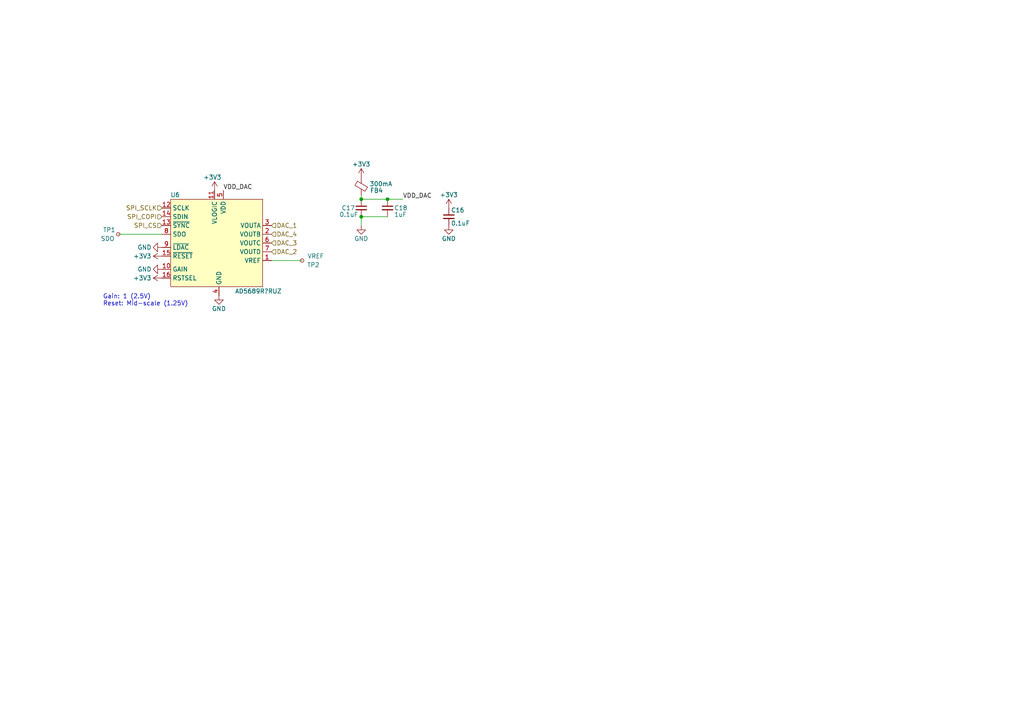
<source format=kicad_sch>
(kicad_sch (version 20211123) (generator eeschema)
  (paper "A4")
  (title_block (title "Hubble Motherboard") (date "2021-11-20") (rev "v2") (company "Winterbloom") (comment 1 "Alethea Flowers") (comment 2 "CERN-OHL-P V2") (comment 3 "hubble.wntr.dev"))
  (lib_symbols
    (symbol "Connector:TestPoint_Small" (pin_numbers hide) (pin_names (offset 0.762) hide)
      (property "Reference" "TP" (at 0 3.81 0))
      (property "Value" "TestPoint_Small" (at 0 2.032 0))
      (symbol "TestPoint_Small_0_1"
        (circle (center 0 0) (radius 0.508))
      )
      (symbol "TestPoint_Small_1_1"
        (pin passive line (at 0 0 90) (length 0) (name "1") (number "1"))
      )
    )
    (symbol "Device:C_Small" (pin_numbers hide) (pin_names (offset 0.254) hide)
      (property "Reference" "C" (at 0.254 1.778 0))
      (property "Value" "C_Small" (at 0.254 -2.032 0))
      (symbol "C_Small_0_1"
        (polyline (pts (xy -1.524 -0.508) (xy 1.524 -0.508)) (stroke (width 0.3302)))
        (polyline (pts (xy -1.524 0.508) (xy 1.524 0.508)) (stroke (width 0.3048)))
      )
      (symbol "C_Small_1_1"
        (pin passive line (at 0 2.54 270) (length 2.032) (name "~") (number "1"))
        (pin passive line (at 0 -2.54 90) (length 2.032) (name "~") (number "2"))
      )
    )
    (symbol "Device:Ferrite_Bead_Small" (pin_numbers hide) (pin_names (offset 0))
      (property "Reference" "FB" (at 1.905 1.27 0))
      (property "Value" "Device_Ferrite_Bead_Small" (at 1.905 -1.27 0))
      (symbol "Ferrite_Bead_Small_0_1"
        (polyline (pts (xy 0 -1.27) (xy 0 -0.7874)))
        (polyline (pts (xy 0 0.889) (xy 0 1.2954)))
        (polyline (pts (xy -1.8288 0.2794) (xy -1.1176 1.4986) (xy 1.8288 -0.2032) (xy 1.1176 -1.4224) (xy -1.8288 0.2794)))
      )
      (symbol "Ferrite_Bead_Small_1_1"
        (pin passive line (at 0 2.54 270) (length 1.27) (name "~") (number "1"))
        (pin passive line (at 0 -2.54 90) (length 1.27) (name "~") (number "2"))
      )
    )
    (symbol "power:+3V3" (power) (pin_names (offset 0))
      (property "Value" "+3V3" (at 0 3.556 0))
      (symbol "+3V3_0_1"
        (polyline (pts (xy -0.762 1.27) (xy 0 2.54)))
        (polyline (pts (xy 0 0) (xy 0 2.54)))
        (polyline (pts (xy 0 2.54) (xy 0.762 1.27)))
      )
      (symbol "+3V3_1_1"
        (pin power_in line (at 0 0 90) (length 0) hide (name "+3V3") (number "1"))
      )
    )
    (symbol "power:GND" (power) (pin_names (offset 0))
      (property "Value" "GND" (at 0 -3.81 0))
      (symbol "GND_0_1"
        (polyline (pts (xy 0 0) (xy 0 -1.27) (xy 1.27 -1.27) (xy 0 -2.54) (xy -1.27 -1.27) (xy 0 -1.27)))
      )
      (symbol "GND_1_1"
        (pin power_in line (at 0 0 270) (length 0) hide (name "GND") (number "1"))
      )
    )
    (symbol "winterbloom:AD5685R?RUZ"
      (property "Reference" "U" (at -13.97 13.97 0))
      (property "Value" "AD5685R?RUZ" (at 2.54 -13.97 0))
      (symbol "AD5685R?RUZ_0_0"
        (rectangle (start -13.97 -12.7) (end 12.7 12.7) (fill (type background)))
      )
      (symbol "AD5685R?RUZ_1_1"
        (pin bidirectional line (at 15.24 -5.08 180) (length 2.54) (name "VREF") (number "1"))
        (pin input line (at -16.51 -7.62 0) (length 2.54) (name "GAIN") (number "10"))
        (pin power_in line (at -1.27 15.24 270) (length 2.54) (name "VLOGIC") (number "11"))
        (pin input line (at -16.51 10.16 0) (length 2.54) (name "SCLK") (number "12"))
        (pin input line (at -16.51 5.08 0) (length 2.54) (name "~{SYNC}") (number "13"))
        (pin input line (at -16.51 7.62 0) (length 2.54) (name "SDIN") (number "14"))
        (pin input line (at -16.51 -3.81 0) (length 2.54) (name "~{RESET}") (number "15"))
        (pin input line (at -16.51 -10.16 0) (length 2.54) (name "RSTSEL") (number "16"))
        (pin output line (at 15.24 2.54 180) (length 2.54) (name "VOUTB") (number "2"))
        (pin output line (at 15.24 5.08 180) (length 2.54) (name "VOUTA") (number "3"))
        (pin power_in line (at 0 -15.24 90) (length 2.54) (name "GND") (number "4"))
        (pin power_in line (at 1.27 15.24 270) (length 2.54) (name "VDD") (number "5"))
        (pin output line (at 15.24 0 180) (length 2.54) (name "VOUTC") (number "6"))
        (pin output line (at 15.24 -2.54 180) (length 2.54) (name "VOUTD") (number "7"))
        (pin output line (at -16.51 2.54 0) (length 2.54) (name "SDO") (number "8"))
        (pin input line (at -16.51 -1.27 0) (length 2.54) (name "~{LDAC}") (number "9"))
      )
    )
  )
  (junction (at 104.775 57.785))
  (junction (at 104.775 62.865))
  (junction (at 112.395 57.785))
  (wire (pts (xy 104.775 62.865) (xy 104.775 65.405)))
  (wire (pts (xy 104.775 57.785) (xy 112.395 57.785)))
  (wire (pts (xy 104.775 57.785) (xy 104.775 56.515)))
  (wire (pts (xy 87.63 75.565) (xy 78.74 75.565)))
  (wire (pts (xy 112.395 57.785) (xy 116.84 57.785)))
  (wire (pts (xy 46.99 67.945) (xy 34.29 67.945)))
  (wire (pts (xy 104.775 62.865) (xy 112.395 62.865)))
  (text "Gain: 1 (2.5V)\nReset: Mid-scale (1.25V)" (at 29.845 88.9 0) (effects (font (size 1.27 1.27)) (justify left bottom)))
  (label "VDD_DAC" (at 116.84 57.785 0))
  (label "VDD_DAC" (at 64.77 55.245 0))
  (hierarchical_label "SPI_COPI" (shape input) (at 46.99 62.865 180))
  (hierarchical_label "DAC_1" (shape input) (at 78.74 65.405 0))
  (hierarchical_label "SPI_SCLK" (shape input) (at 46.99 60.325 180))
  (hierarchical_label "DAC_2" (shape input) (at 78.74 73.025 0))
  (hierarchical_label "DAC_3" (shape input) (at 78.74 70.485 0))
  (hierarchical_label "SPI_CS" (shape input) (at 46.99 65.405 180))
  (hierarchical_label "DAC_4" (shape input) (at 78.74 67.945 0))
  (symbol (lib_id "Connector:TestPoint_Small") (at 34.29 67.945 180) (unit 1)
    (property "Reference" "TP1" (at 29.845 66.675 0) (effects (justify right)))
    (property "Value" "SDO" (at 29.21 69.215 0) (effects (justify right)))
    (property "Footprint" "TestPoint:TestPoint_Pad_D1.0mm" (effects hide))
  )
  (symbol (lib_id "winterbloom:AD5685R?RUZ") (at 63.5 70.485 0)
    (property "Reference" "U6" (at 50.8 56.515 0))
    (property "Value" "AD5689R?RUZ" (at 74.93 84.455 0))
    (property "Footprint" "Package_SO:TSSOP-16_4.4x5mm_P0.65mm" (effects hide))
    (property "Datasheet" "https://www.analog.com/media/en/technical-documentation/data-sheets/ad5686r_5685r_5684r.pdf" (effects hide))
    (property "mpn" "AD5685ARUZ, AD5685BRUZ" (effects hide))
  )
  (symbol (lib_id "power:+3V3") (at 62.23 55.245 0)
    (property "Reference" "#PWR0172" (effects hide))
    (property "Value" "+3V3" (at 61.595 51.435 0))
  )
  (symbol (lib_id "power:+3V3") (at 104.775 51.435 0)
    (property "Reference" "#PWR0173" (effects hide))
    (property "Value" "+3V3" (at 104.775 47.625 0))
  )
  (symbol (lib_id "power:GND") (at 46.99 71.755 270)
    (property "Reference" "#PWR0174" (effects hide))
    (property "Value" "GND" (at 41.91 71.755 90))
  )
  (symbol (lib_id "power:+3V3") (at 46.99 74.295 90)
    (property "Reference" "#PWR0175" (effects hide))
    (property "Value" "+3V3" (at 41.275 74.295 90))
  )
  (symbol (lib_id "power:GND") (at 46.99 78.105 270)
    (property "Reference" "#PWR0176" (effects hide))
    (property "Value" "GND" (at 41.91 78.105 90))
  )
  (symbol (lib_id "power:+3V3") (at 46.99 80.645 90)
    (property "Reference" "#PWR0177" (effects hide))
    (property "Value" "+3V3" (at 41.275 80.645 90))
  )
  (symbol (lib_id "power:GND") (at 63.5 85.725 0)
    (property "Reference" "#PWR0178" (effects hide))
    (property "Value" "GND" (at 63.5 89.535 0))
  )
  (symbol (lib_id "Device:C_Small") (at 130.175 62.865 0)
    (property "Reference" "C16" (at 130.81 60.96 0) (effects (justify left)))
    (property "Value" "0.1uF" (at 130.81 64.77 0) (effects (justify left)))
    (property "Footprint" "Capacitor_SMD:C_0603_1608Metric_Pad1.08x0.95mm_HandSolder" (effects hide))
  )
  (symbol (lib_id "power:GND") (at 130.175 65.405 0)
    (property "Reference" "#PWR0179" (effects hide))
    (property "Value" "GND" (at 130.175 69.215 0))
  )
  (symbol (lib_id "power:+3V3") (at 130.175 60.325 0)
    (property "Reference" "#PWR0180" (effects hide))
    (property "Value" "+3V3" (at 130.175 56.515 0))
  )
  (symbol (lib_id "Device:Ferrite_Bead_Small") (at 104.775 53.975 180)
    (property "Reference" "FB4" (at 109.22 55.245 0))
    (property "Value" "300mA" (at 110.49 53.34 0))
    (property "Footprint" "Inductor_SMD:L_0603_1608Metric_Pad1.05x0.95mm_HandSolder" (effects hide))
  )
  (symbol (lib_id "Device:C_Small") (at 104.775 60.325 0)
    (property "Reference" "C17" (at 99.06 60.325 0) (effects (justify left)))
    (property "Value" "0.1uF" (at 98.425 62.23 0) (effects (justify left)))
    (property "Footprint" "Capacitor_SMD:C_0603_1608Metric_Pad1.08x0.95mm_HandSolder" (effects hide))
  )
  (symbol (lib_id "Device:C_Small") (at 112.395 60.325 0)
    (property "Reference" "C18" (at 114.3 60.325 0) (effects (justify left)))
    (property "Value" "1uF" (at 114.3 62.23 0) (effects (justify left)))
    (property "Footprint" "Capacitor_SMD:C_0603_1608Metric_Pad1.08x0.95mm_HandSolder" (effects hide))
  )
  (symbol (lib_id "power:GND") (at 104.775 65.405 0)
    (property "Reference" "#PWR0181" (effects hide))
    (property "Value" "GND" (at 104.775 69.215 0))
  )
  (symbol (lib_id "Connector:TestPoint_Small") (at 87.63 75.565 0) (unit 1)
    (property "Reference" "TP2" (at 92.71 76.835 0) (effects (justify right)))
    (property "Value" "VREF" (at 93.98 74.295 0) (effects (justify right)))
    (property "Footprint" "TestPoint:TestPoint_Pad_D1.0mm" (effects hide))
  )
)
</source>
